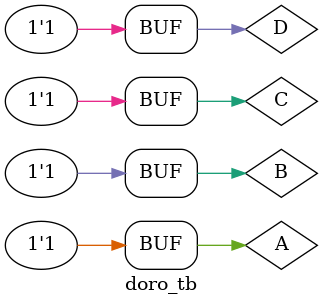
<source format=v>
module doro (input wire A, B, C, D, output wire F);
	assign F = (A & ~B | ~C & D);
endmodule

module doro_tb;
	reg A, B, C, D;
	wire F;
		doro uut (A, B, C, D, F);
		initial begin
		{A, B, C, D} = 4'b0000;
		repeat (15) begin
			#1 {A, B, C, D} = {A, B, C, D} +1;
		end
	end
	initial begin
	
	$monitor ("time=%0t A=%b B=%b C=%b D=%b F=%b", $time, A, B, C, D, F);
	$dumpfile ("doro.vcd");
	$dumpvars (0, doro_tb);
	end
endmodule	

		
</source>
